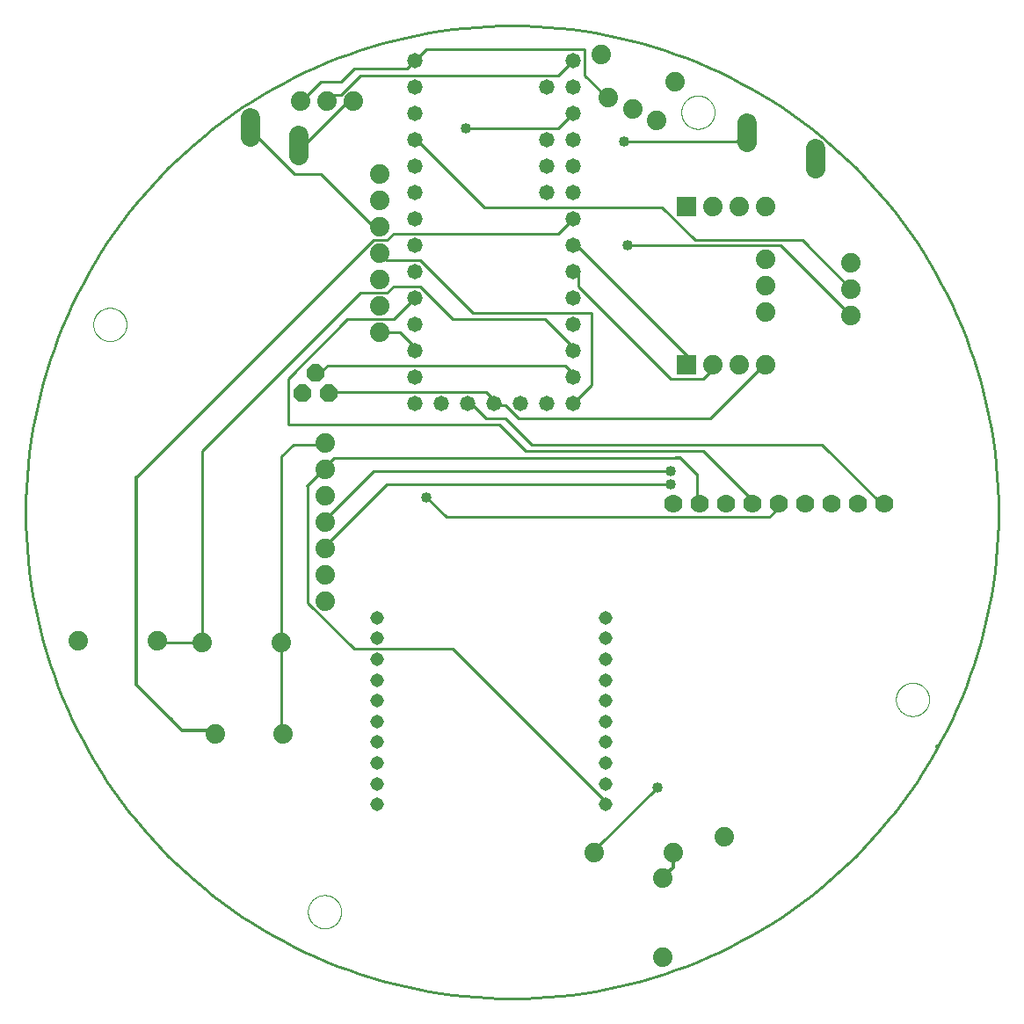
<source format=gtl>
G75*
%MOIN*%
%OFA0B0*%
%FSLAX25Y25*%
%IPPOS*%
%LPD*%
%AMOC8*
5,1,8,0,0,1.08239X$1,22.5*
%
%ADD10C,0.01000*%
%ADD11C,0.01600*%
%ADD12C,0.00000*%
%ADD13C,0.07000*%
%ADD14C,0.05800*%
%ADD15C,0.05150*%
%ADD16C,0.07400*%
%ADD17R,0.07400X0.07400*%
%ADD18C,0.07400*%
%ADD19OC8,0.06600*%
%ADD20C,0.04000*%
%ADD21C,0.01200*%
D10*
X0073530Y0101725D02*
X0073425Y0104025D01*
X0056625Y0107525D02*
X0056550Y0107775D01*
X0056263Y0107488D01*
X0050925Y0136525D02*
X0051325Y0137025D01*
X0050925Y0136525D02*
X0065925Y0136525D01*
X0068525Y0136425D01*
X0068425Y0136525D01*
X0068425Y0209025D01*
X0128425Y0269025D01*
X0138425Y0269025D01*
X0140925Y0271525D01*
X0150925Y0271525D01*
X0163425Y0259025D01*
X0198425Y0259025D01*
X0208425Y0249025D01*
X0209125Y0247225D01*
X0205925Y0241525D02*
X0115925Y0241525D01*
X0113425Y0239025D01*
X0111525Y0238625D01*
X0116525Y0231125D02*
X0118425Y0231525D01*
X0175925Y0231525D01*
X0178425Y0229025D01*
X0179125Y0227225D01*
X0180925Y0226525D01*
X0183425Y0226525D01*
X0188425Y0221525D01*
X0260925Y0221525D01*
X0280925Y0241525D01*
X0282025Y0241625D01*
X0263425Y0241525D02*
X0262025Y0241625D01*
X0263425Y0241525D02*
X0258425Y0236525D01*
X0245925Y0236525D01*
X0210925Y0271525D01*
X0210925Y0276525D01*
X0209125Y0277225D01*
X0210925Y0286525D02*
X0209125Y0287225D01*
X0210925Y0286525D02*
X0253425Y0244025D01*
X0252025Y0241625D01*
X0258425Y0209025D02*
X0278425Y0189025D01*
X0276925Y0188925D01*
X0283425Y0184025D02*
X0285925Y0186525D01*
X0286925Y0188925D01*
X0283425Y0184025D02*
X0160925Y0184025D01*
X0153425Y0191525D01*
X0138425Y0196525D02*
X0245925Y0196525D01*
X0245925Y0201525D02*
X0133425Y0201525D01*
X0115925Y0184025D01*
X0115025Y0182025D01*
X0115925Y0174025D02*
X0115025Y0172025D01*
X0115925Y0174025D02*
X0138425Y0196525D01*
X0118425Y0206525D02*
X0115925Y0204025D01*
X0115025Y0202025D01*
X0118425Y0206525D02*
X0248225Y0206525D01*
X0255925Y0200225D02*
X0255925Y0189025D01*
X0256925Y0188925D01*
X0258425Y0209025D02*
X0190925Y0209025D01*
X0180925Y0219025D01*
X0100925Y0219025D01*
X0100925Y0236525D01*
X0123425Y0259025D01*
X0140925Y0259025D01*
X0149125Y0267225D01*
X0143425Y0254025D02*
X0135825Y0254025D01*
X0143425Y0254025D02*
X0148425Y0249025D01*
X0149125Y0247225D01*
X0170925Y0261525D02*
X0150925Y0281525D01*
X0138425Y0281525D01*
X0135925Y0284025D01*
X0135825Y0284025D01*
X0133425Y0289025D02*
X0043425Y0199025D01*
X0098425Y0207025D02*
X0098425Y0136525D01*
X0098525Y0136425D01*
X0098425Y0134025D01*
X0098425Y0104025D01*
X0099121Y0101725D01*
X0125925Y0134025D02*
X0108425Y0151525D01*
X0108425Y0195725D01*
X0098425Y0207025D02*
X0102925Y0211525D01*
X0113425Y0211525D01*
X0115025Y0212025D01*
X0169125Y0227225D02*
X0170925Y0226525D01*
X0175925Y0221525D01*
X0183425Y0221525D01*
X0193425Y0211525D01*
X0303425Y0211525D01*
X0325925Y0189025D01*
X0326925Y0188925D01*
X0314525Y0260425D02*
X0287800Y0287150D01*
X0229675Y0287150D01*
X0242800Y0301525D02*
X0255300Y0289025D01*
X0295925Y0289025D01*
X0314525Y0270425D01*
X0270925Y0326525D02*
X0228425Y0326525D01*
X0222525Y0342925D02*
X0220925Y0344025D01*
X0213425Y0351525D01*
X0213425Y0361525D01*
X0153425Y0361525D01*
X0149125Y0357225D01*
X0145925Y0354025D01*
X0125925Y0354025D01*
X0120925Y0349025D01*
X0113425Y0349025D01*
X0108425Y0344025D01*
X0105925Y0344025D01*
X0105825Y0341725D01*
X0115825Y0341725D02*
X0115925Y0344025D01*
X0120925Y0344025D01*
X0128425Y0351525D01*
X0203425Y0351525D01*
X0209125Y0357225D01*
X0209125Y0337225D02*
X0203425Y0331525D01*
X0168425Y0331525D01*
X0149675Y0327150D02*
X0149125Y0327225D01*
X0149675Y0327150D02*
X0175300Y0301525D01*
X0242800Y0301525D01*
X0270925Y0326525D02*
X0273425Y0329025D01*
X0275025Y0329625D01*
X0209125Y0297225D02*
X0203425Y0291525D01*
X0140925Y0291525D01*
X0138425Y0289025D01*
X0133425Y0289025D01*
X0133425Y0294025D02*
X0135825Y0294025D01*
X0133425Y0294025D02*
X0113425Y0314025D01*
X0103425Y0314025D01*
X0085925Y0331525D01*
X0086725Y0331725D01*
X0105125Y0324925D02*
X0105925Y0326525D01*
X0108425Y0326525D01*
X0123425Y0341525D01*
X0125825Y0341725D01*
X0170925Y0261525D02*
X0215925Y0261525D01*
X0215925Y0234025D01*
X0209125Y0227225D01*
X0209125Y0237225D02*
X0208425Y0239025D01*
X0205925Y0241525D01*
X0001500Y0185925D02*
X0001556Y0190451D01*
X0001722Y0194974D01*
X0002000Y0199492D01*
X0002388Y0204002D01*
X0002887Y0208501D01*
X0003496Y0212986D01*
X0004215Y0217455D01*
X0005044Y0221905D01*
X0005981Y0226333D01*
X0007027Y0230737D01*
X0008181Y0235114D01*
X0009441Y0239461D01*
X0010808Y0243776D01*
X0012281Y0248056D01*
X0013858Y0252299D01*
X0015539Y0256501D01*
X0017322Y0260662D01*
X0019207Y0264777D01*
X0021192Y0268845D01*
X0023277Y0272862D01*
X0025459Y0276828D01*
X0027738Y0280738D01*
X0030113Y0284592D01*
X0032581Y0288386D01*
X0035142Y0292118D01*
X0037793Y0295787D01*
X0040534Y0299389D01*
X0043363Y0302923D01*
X0046277Y0306386D01*
X0049275Y0309777D01*
X0052356Y0313094D01*
X0055517Y0316333D01*
X0058756Y0319494D01*
X0062073Y0322575D01*
X0065464Y0325573D01*
X0068927Y0328487D01*
X0072461Y0331316D01*
X0076063Y0334057D01*
X0079732Y0336708D01*
X0083464Y0339269D01*
X0087258Y0341737D01*
X0091112Y0344112D01*
X0095022Y0346391D01*
X0098988Y0348573D01*
X0103005Y0350658D01*
X0107073Y0352643D01*
X0111188Y0354528D01*
X0115349Y0356311D01*
X0119551Y0357992D01*
X0123794Y0359569D01*
X0128074Y0361042D01*
X0132389Y0362409D01*
X0136736Y0363669D01*
X0141113Y0364823D01*
X0145517Y0365869D01*
X0149945Y0366806D01*
X0154395Y0367635D01*
X0158864Y0368354D01*
X0163349Y0368963D01*
X0167848Y0369462D01*
X0172358Y0369850D01*
X0176876Y0370128D01*
X0181399Y0370294D01*
X0185925Y0370350D01*
X0190451Y0370294D01*
X0194974Y0370128D01*
X0199492Y0369850D01*
X0204002Y0369462D01*
X0208501Y0368963D01*
X0212986Y0368354D01*
X0217455Y0367635D01*
X0221905Y0366806D01*
X0226333Y0365869D01*
X0230737Y0364823D01*
X0235114Y0363669D01*
X0239461Y0362409D01*
X0243776Y0361042D01*
X0248056Y0359569D01*
X0252299Y0357992D01*
X0256501Y0356311D01*
X0260662Y0354528D01*
X0264777Y0352643D01*
X0268845Y0350658D01*
X0272862Y0348573D01*
X0276828Y0346391D01*
X0280738Y0344112D01*
X0284592Y0341737D01*
X0288386Y0339269D01*
X0292118Y0336708D01*
X0295787Y0334057D01*
X0299389Y0331316D01*
X0302923Y0328487D01*
X0306386Y0325573D01*
X0309777Y0322575D01*
X0313094Y0319494D01*
X0316333Y0316333D01*
X0319494Y0313094D01*
X0322575Y0309777D01*
X0325573Y0306386D01*
X0328487Y0302923D01*
X0331316Y0299389D01*
X0334057Y0295787D01*
X0336708Y0292118D01*
X0339269Y0288386D01*
X0341737Y0284592D01*
X0344112Y0280738D01*
X0346391Y0276828D01*
X0348573Y0272862D01*
X0350658Y0268845D01*
X0352643Y0264777D01*
X0354528Y0260662D01*
X0356311Y0256501D01*
X0357992Y0252299D01*
X0359569Y0248056D01*
X0361042Y0243776D01*
X0362409Y0239461D01*
X0363669Y0235114D01*
X0364823Y0230737D01*
X0365869Y0226333D01*
X0366806Y0221905D01*
X0367635Y0217455D01*
X0368354Y0212986D01*
X0368963Y0208501D01*
X0369462Y0204002D01*
X0369850Y0199492D01*
X0370128Y0194974D01*
X0370294Y0190451D01*
X0370350Y0185925D01*
X0370294Y0181399D01*
X0370128Y0176876D01*
X0369850Y0172358D01*
X0369462Y0167848D01*
X0368963Y0163349D01*
X0368354Y0158864D01*
X0367635Y0154395D01*
X0366806Y0149945D01*
X0365869Y0145517D01*
X0364823Y0141113D01*
X0363669Y0136736D01*
X0362409Y0132389D01*
X0361042Y0128074D01*
X0359569Y0123794D01*
X0357992Y0119551D01*
X0356311Y0115349D01*
X0354528Y0111188D01*
X0352643Y0107073D01*
X0350658Y0103005D01*
X0348573Y0098988D01*
X0346391Y0095022D01*
X0344112Y0091112D01*
X0341737Y0087258D01*
X0339269Y0083464D01*
X0336708Y0079732D01*
X0334057Y0076063D01*
X0331316Y0072461D01*
X0328487Y0068927D01*
X0325573Y0065464D01*
X0322575Y0062073D01*
X0319494Y0058756D01*
X0316333Y0055517D01*
X0313094Y0052356D01*
X0309777Y0049275D01*
X0306386Y0046277D01*
X0302923Y0043363D01*
X0299389Y0040534D01*
X0295787Y0037793D01*
X0292118Y0035142D01*
X0288386Y0032581D01*
X0284592Y0030113D01*
X0280738Y0027738D01*
X0276828Y0025459D01*
X0272862Y0023277D01*
X0268845Y0021192D01*
X0264777Y0019207D01*
X0260662Y0017322D01*
X0256501Y0015539D01*
X0252299Y0013858D01*
X0248056Y0012281D01*
X0243776Y0010808D01*
X0239461Y0009441D01*
X0235114Y0008181D01*
X0230737Y0007027D01*
X0226333Y0005981D01*
X0221905Y0005044D01*
X0217455Y0004215D01*
X0212986Y0003496D01*
X0208501Y0002887D01*
X0204002Y0002388D01*
X0199492Y0002000D01*
X0194974Y0001722D01*
X0190451Y0001556D01*
X0185925Y0001500D01*
X0181399Y0001556D01*
X0176876Y0001722D01*
X0172358Y0002000D01*
X0167848Y0002388D01*
X0163349Y0002887D01*
X0158864Y0003496D01*
X0154395Y0004215D01*
X0149945Y0005044D01*
X0145517Y0005981D01*
X0141113Y0007027D01*
X0136736Y0008181D01*
X0132389Y0009441D01*
X0128074Y0010808D01*
X0123794Y0012281D01*
X0119551Y0013858D01*
X0115349Y0015539D01*
X0111188Y0017322D01*
X0107073Y0019207D01*
X0103005Y0021192D01*
X0098988Y0023277D01*
X0095022Y0025459D01*
X0091112Y0027738D01*
X0087258Y0030113D01*
X0083464Y0032581D01*
X0079732Y0035142D01*
X0076063Y0037793D01*
X0072461Y0040534D01*
X0068927Y0043363D01*
X0065464Y0046277D01*
X0062073Y0049275D01*
X0058756Y0052356D01*
X0055517Y0055517D01*
X0052356Y0058756D01*
X0049275Y0062073D01*
X0046277Y0065464D01*
X0043363Y0068927D01*
X0040534Y0072461D01*
X0037793Y0076063D01*
X0035142Y0079732D01*
X0032581Y0083464D01*
X0030113Y0087258D01*
X0027738Y0091112D01*
X0025459Y0095022D01*
X0023277Y0098988D01*
X0021192Y0103005D01*
X0019207Y0107073D01*
X0017322Y0111188D01*
X0015539Y0115349D01*
X0013858Y0119551D01*
X0012281Y0123794D01*
X0010808Y0128074D01*
X0009441Y0132389D01*
X0008181Y0136736D01*
X0007027Y0141113D01*
X0005981Y0145517D01*
X0005044Y0149945D01*
X0004215Y0154395D01*
X0003496Y0158864D01*
X0002887Y0163349D01*
X0002388Y0167848D01*
X0002000Y0172358D01*
X0001722Y0176876D01*
X0001556Y0181399D01*
X0001500Y0185925D01*
X0125925Y0134025D02*
X0163425Y0134025D01*
X0220925Y0076525D01*
X0221432Y0074992D01*
X0218425Y0059025D02*
X0216925Y0056725D01*
X0218425Y0059025D02*
X0240925Y0081525D01*
D11*
X0347199Y0096927D02*
X0347241Y0097018D01*
D12*
X0331526Y0114825D02*
X0331528Y0114983D01*
X0331534Y0115141D01*
X0331544Y0115299D01*
X0331558Y0115457D01*
X0331576Y0115614D01*
X0331597Y0115771D01*
X0331623Y0115927D01*
X0331653Y0116083D01*
X0331686Y0116238D01*
X0331724Y0116391D01*
X0331765Y0116544D01*
X0331810Y0116696D01*
X0331859Y0116847D01*
X0331912Y0116996D01*
X0331968Y0117144D01*
X0332028Y0117290D01*
X0332092Y0117435D01*
X0332160Y0117578D01*
X0332231Y0117720D01*
X0332305Y0117860D01*
X0332383Y0117997D01*
X0332465Y0118133D01*
X0332549Y0118267D01*
X0332638Y0118398D01*
X0332729Y0118527D01*
X0332824Y0118654D01*
X0332921Y0118779D01*
X0333022Y0118901D01*
X0333126Y0119020D01*
X0333233Y0119137D01*
X0333343Y0119251D01*
X0333456Y0119362D01*
X0333571Y0119471D01*
X0333689Y0119576D01*
X0333810Y0119678D01*
X0333933Y0119778D01*
X0334059Y0119874D01*
X0334187Y0119967D01*
X0334317Y0120057D01*
X0334450Y0120143D01*
X0334585Y0120227D01*
X0334721Y0120306D01*
X0334860Y0120383D01*
X0335001Y0120455D01*
X0335143Y0120525D01*
X0335287Y0120590D01*
X0335433Y0120652D01*
X0335580Y0120710D01*
X0335729Y0120765D01*
X0335879Y0120816D01*
X0336030Y0120863D01*
X0336182Y0120906D01*
X0336335Y0120945D01*
X0336490Y0120981D01*
X0336645Y0121012D01*
X0336801Y0121040D01*
X0336957Y0121064D01*
X0337114Y0121084D01*
X0337272Y0121100D01*
X0337429Y0121112D01*
X0337588Y0121120D01*
X0337746Y0121124D01*
X0337904Y0121124D01*
X0338062Y0121120D01*
X0338221Y0121112D01*
X0338378Y0121100D01*
X0338536Y0121084D01*
X0338693Y0121064D01*
X0338849Y0121040D01*
X0339005Y0121012D01*
X0339160Y0120981D01*
X0339315Y0120945D01*
X0339468Y0120906D01*
X0339620Y0120863D01*
X0339771Y0120816D01*
X0339921Y0120765D01*
X0340070Y0120710D01*
X0340217Y0120652D01*
X0340363Y0120590D01*
X0340507Y0120525D01*
X0340649Y0120455D01*
X0340790Y0120383D01*
X0340929Y0120306D01*
X0341065Y0120227D01*
X0341200Y0120143D01*
X0341333Y0120057D01*
X0341463Y0119967D01*
X0341591Y0119874D01*
X0341717Y0119778D01*
X0341840Y0119678D01*
X0341961Y0119576D01*
X0342079Y0119471D01*
X0342194Y0119362D01*
X0342307Y0119251D01*
X0342417Y0119137D01*
X0342524Y0119020D01*
X0342628Y0118901D01*
X0342729Y0118779D01*
X0342826Y0118654D01*
X0342921Y0118527D01*
X0343012Y0118398D01*
X0343101Y0118267D01*
X0343185Y0118133D01*
X0343267Y0117997D01*
X0343345Y0117860D01*
X0343419Y0117720D01*
X0343490Y0117578D01*
X0343558Y0117435D01*
X0343622Y0117290D01*
X0343682Y0117144D01*
X0343738Y0116996D01*
X0343791Y0116847D01*
X0343840Y0116696D01*
X0343885Y0116544D01*
X0343926Y0116391D01*
X0343964Y0116238D01*
X0343997Y0116083D01*
X0344027Y0115927D01*
X0344053Y0115771D01*
X0344074Y0115614D01*
X0344092Y0115457D01*
X0344106Y0115299D01*
X0344116Y0115141D01*
X0344122Y0114983D01*
X0344124Y0114825D01*
X0344122Y0114667D01*
X0344116Y0114509D01*
X0344106Y0114351D01*
X0344092Y0114193D01*
X0344074Y0114036D01*
X0344053Y0113879D01*
X0344027Y0113723D01*
X0343997Y0113567D01*
X0343964Y0113412D01*
X0343926Y0113259D01*
X0343885Y0113106D01*
X0343840Y0112954D01*
X0343791Y0112803D01*
X0343738Y0112654D01*
X0343682Y0112506D01*
X0343622Y0112360D01*
X0343558Y0112215D01*
X0343490Y0112072D01*
X0343419Y0111930D01*
X0343345Y0111790D01*
X0343267Y0111653D01*
X0343185Y0111517D01*
X0343101Y0111383D01*
X0343012Y0111252D01*
X0342921Y0111123D01*
X0342826Y0110996D01*
X0342729Y0110871D01*
X0342628Y0110749D01*
X0342524Y0110630D01*
X0342417Y0110513D01*
X0342307Y0110399D01*
X0342194Y0110288D01*
X0342079Y0110179D01*
X0341961Y0110074D01*
X0341840Y0109972D01*
X0341717Y0109872D01*
X0341591Y0109776D01*
X0341463Y0109683D01*
X0341333Y0109593D01*
X0341200Y0109507D01*
X0341065Y0109423D01*
X0340929Y0109344D01*
X0340790Y0109267D01*
X0340649Y0109195D01*
X0340507Y0109125D01*
X0340363Y0109060D01*
X0340217Y0108998D01*
X0340070Y0108940D01*
X0339921Y0108885D01*
X0339771Y0108834D01*
X0339620Y0108787D01*
X0339468Y0108744D01*
X0339315Y0108705D01*
X0339160Y0108669D01*
X0339005Y0108638D01*
X0338849Y0108610D01*
X0338693Y0108586D01*
X0338536Y0108566D01*
X0338378Y0108550D01*
X0338221Y0108538D01*
X0338062Y0108530D01*
X0337904Y0108526D01*
X0337746Y0108526D01*
X0337588Y0108530D01*
X0337429Y0108538D01*
X0337272Y0108550D01*
X0337114Y0108566D01*
X0336957Y0108586D01*
X0336801Y0108610D01*
X0336645Y0108638D01*
X0336490Y0108669D01*
X0336335Y0108705D01*
X0336182Y0108744D01*
X0336030Y0108787D01*
X0335879Y0108834D01*
X0335729Y0108885D01*
X0335580Y0108940D01*
X0335433Y0108998D01*
X0335287Y0109060D01*
X0335143Y0109125D01*
X0335001Y0109195D01*
X0334860Y0109267D01*
X0334721Y0109344D01*
X0334585Y0109423D01*
X0334450Y0109507D01*
X0334317Y0109593D01*
X0334187Y0109683D01*
X0334059Y0109776D01*
X0333933Y0109872D01*
X0333810Y0109972D01*
X0333689Y0110074D01*
X0333571Y0110179D01*
X0333456Y0110288D01*
X0333343Y0110399D01*
X0333233Y0110513D01*
X0333126Y0110630D01*
X0333022Y0110749D01*
X0332921Y0110871D01*
X0332824Y0110996D01*
X0332729Y0111123D01*
X0332638Y0111252D01*
X0332549Y0111383D01*
X0332465Y0111517D01*
X0332383Y0111653D01*
X0332305Y0111790D01*
X0332231Y0111930D01*
X0332160Y0112072D01*
X0332092Y0112215D01*
X0332028Y0112360D01*
X0331968Y0112506D01*
X0331912Y0112654D01*
X0331859Y0112803D01*
X0331810Y0112954D01*
X0331765Y0113106D01*
X0331724Y0113259D01*
X0331686Y0113412D01*
X0331653Y0113567D01*
X0331623Y0113723D01*
X0331597Y0113879D01*
X0331576Y0114036D01*
X0331558Y0114193D01*
X0331544Y0114351D01*
X0331534Y0114509D01*
X0331528Y0114667D01*
X0331526Y0114825D01*
X0108526Y0034325D02*
X0108528Y0034483D01*
X0108534Y0034641D01*
X0108544Y0034799D01*
X0108558Y0034957D01*
X0108576Y0035114D01*
X0108597Y0035271D01*
X0108623Y0035427D01*
X0108653Y0035583D01*
X0108686Y0035738D01*
X0108724Y0035891D01*
X0108765Y0036044D01*
X0108810Y0036196D01*
X0108859Y0036347D01*
X0108912Y0036496D01*
X0108968Y0036644D01*
X0109028Y0036790D01*
X0109092Y0036935D01*
X0109160Y0037078D01*
X0109231Y0037220D01*
X0109305Y0037360D01*
X0109383Y0037497D01*
X0109465Y0037633D01*
X0109549Y0037767D01*
X0109638Y0037898D01*
X0109729Y0038027D01*
X0109824Y0038154D01*
X0109921Y0038279D01*
X0110022Y0038401D01*
X0110126Y0038520D01*
X0110233Y0038637D01*
X0110343Y0038751D01*
X0110456Y0038862D01*
X0110571Y0038971D01*
X0110689Y0039076D01*
X0110810Y0039178D01*
X0110933Y0039278D01*
X0111059Y0039374D01*
X0111187Y0039467D01*
X0111317Y0039557D01*
X0111450Y0039643D01*
X0111585Y0039727D01*
X0111721Y0039806D01*
X0111860Y0039883D01*
X0112001Y0039955D01*
X0112143Y0040025D01*
X0112287Y0040090D01*
X0112433Y0040152D01*
X0112580Y0040210D01*
X0112729Y0040265D01*
X0112879Y0040316D01*
X0113030Y0040363D01*
X0113182Y0040406D01*
X0113335Y0040445D01*
X0113490Y0040481D01*
X0113645Y0040512D01*
X0113801Y0040540D01*
X0113957Y0040564D01*
X0114114Y0040584D01*
X0114272Y0040600D01*
X0114429Y0040612D01*
X0114588Y0040620D01*
X0114746Y0040624D01*
X0114904Y0040624D01*
X0115062Y0040620D01*
X0115221Y0040612D01*
X0115378Y0040600D01*
X0115536Y0040584D01*
X0115693Y0040564D01*
X0115849Y0040540D01*
X0116005Y0040512D01*
X0116160Y0040481D01*
X0116315Y0040445D01*
X0116468Y0040406D01*
X0116620Y0040363D01*
X0116771Y0040316D01*
X0116921Y0040265D01*
X0117070Y0040210D01*
X0117217Y0040152D01*
X0117363Y0040090D01*
X0117507Y0040025D01*
X0117649Y0039955D01*
X0117790Y0039883D01*
X0117929Y0039806D01*
X0118065Y0039727D01*
X0118200Y0039643D01*
X0118333Y0039557D01*
X0118463Y0039467D01*
X0118591Y0039374D01*
X0118717Y0039278D01*
X0118840Y0039178D01*
X0118961Y0039076D01*
X0119079Y0038971D01*
X0119194Y0038862D01*
X0119307Y0038751D01*
X0119417Y0038637D01*
X0119524Y0038520D01*
X0119628Y0038401D01*
X0119729Y0038279D01*
X0119826Y0038154D01*
X0119921Y0038027D01*
X0120012Y0037898D01*
X0120101Y0037767D01*
X0120185Y0037633D01*
X0120267Y0037497D01*
X0120345Y0037360D01*
X0120419Y0037220D01*
X0120490Y0037078D01*
X0120558Y0036935D01*
X0120622Y0036790D01*
X0120682Y0036644D01*
X0120738Y0036496D01*
X0120791Y0036347D01*
X0120840Y0036196D01*
X0120885Y0036044D01*
X0120926Y0035891D01*
X0120964Y0035738D01*
X0120997Y0035583D01*
X0121027Y0035427D01*
X0121053Y0035271D01*
X0121074Y0035114D01*
X0121092Y0034957D01*
X0121106Y0034799D01*
X0121116Y0034641D01*
X0121122Y0034483D01*
X0121124Y0034325D01*
X0121122Y0034167D01*
X0121116Y0034009D01*
X0121106Y0033851D01*
X0121092Y0033693D01*
X0121074Y0033536D01*
X0121053Y0033379D01*
X0121027Y0033223D01*
X0120997Y0033067D01*
X0120964Y0032912D01*
X0120926Y0032759D01*
X0120885Y0032606D01*
X0120840Y0032454D01*
X0120791Y0032303D01*
X0120738Y0032154D01*
X0120682Y0032006D01*
X0120622Y0031860D01*
X0120558Y0031715D01*
X0120490Y0031572D01*
X0120419Y0031430D01*
X0120345Y0031290D01*
X0120267Y0031153D01*
X0120185Y0031017D01*
X0120101Y0030883D01*
X0120012Y0030752D01*
X0119921Y0030623D01*
X0119826Y0030496D01*
X0119729Y0030371D01*
X0119628Y0030249D01*
X0119524Y0030130D01*
X0119417Y0030013D01*
X0119307Y0029899D01*
X0119194Y0029788D01*
X0119079Y0029679D01*
X0118961Y0029574D01*
X0118840Y0029472D01*
X0118717Y0029372D01*
X0118591Y0029276D01*
X0118463Y0029183D01*
X0118333Y0029093D01*
X0118200Y0029007D01*
X0118065Y0028923D01*
X0117929Y0028844D01*
X0117790Y0028767D01*
X0117649Y0028695D01*
X0117507Y0028625D01*
X0117363Y0028560D01*
X0117217Y0028498D01*
X0117070Y0028440D01*
X0116921Y0028385D01*
X0116771Y0028334D01*
X0116620Y0028287D01*
X0116468Y0028244D01*
X0116315Y0028205D01*
X0116160Y0028169D01*
X0116005Y0028138D01*
X0115849Y0028110D01*
X0115693Y0028086D01*
X0115536Y0028066D01*
X0115378Y0028050D01*
X0115221Y0028038D01*
X0115062Y0028030D01*
X0114904Y0028026D01*
X0114746Y0028026D01*
X0114588Y0028030D01*
X0114429Y0028038D01*
X0114272Y0028050D01*
X0114114Y0028066D01*
X0113957Y0028086D01*
X0113801Y0028110D01*
X0113645Y0028138D01*
X0113490Y0028169D01*
X0113335Y0028205D01*
X0113182Y0028244D01*
X0113030Y0028287D01*
X0112879Y0028334D01*
X0112729Y0028385D01*
X0112580Y0028440D01*
X0112433Y0028498D01*
X0112287Y0028560D01*
X0112143Y0028625D01*
X0112001Y0028695D01*
X0111860Y0028767D01*
X0111721Y0028844D01*
X0111585Y0028923D01*
X0111450Y0029007D01*
X0111317Y0029093D01*
X0111187Y0029183D01*
X0111059Y0029276D01*
X0110933Y0029372D01*
X0110810Y0029472D01*
X0110689Y0029574D01*
X0110571Y0029679D01*
X0110456Y0029788D01*
X0110343Y0029899D01*
X0110233Y0030013D01*
X0110126Y0030130D01*
X0110022Y0030249D01*
X0109921Y0030371D01*
X0109824Y0030496D01*
X0109729Y0030623D01*
X0109638Y0030752D01*
X0109549Y0030883D01*
X0109465Y0031017D01*
X0109383Y0031153D01*
X0109305Y0031290D01*
X0109231Y0031430D01*
X0109160Y0031572D01*
X0109092Y0031715D01*
X0109028Y0031860D01*
X0108968Y0032006D01*
X0108912Y0032154D01*
X0108859Y0032303D01*
X0108810Y0032454D01*
X0108765Y0032606D01*
X0108724Y0032759D01*
X0108686Y0032912D01*
X0108653Y0033067D01*
X0108623Y0033223D01*
X0108597Y0033379D01*
X0108576Y0033536D01*
X0108558Y0033693D01*
X0108544Y0033851D01*
X0108534Y0034009D01*
X0108528Y0034167D01*
X0108526Y0034325D01*
X0027126Y0257025D02*
X0027128Y0257183D01*
X0027134Y0257341D01*
X0027144Y0257499D01*
X0027158Y0257657D01*
X0027176Y0257814D01*
X0027197Y0257971D01*
X0027223Y0258127D01*
X0027253Y0258283D01*
X0027286Y0258438D01*
X0027324Y0258591D01*
X0027365Y0258744D01*
X0027410Y0258896D01*
X0027459Y0259047D01*
X0027512Y0259196D01*
X0027568Y0259344D01*
X0027628Y0259490D01*
X0027692Y0259635D01*
X0027760Y0259778D01*
X0027831Y0259920D01*
X0027905Y0260060D01*
X0027983Y0260197D01*
X0028065Y0260333D01*
X0028149Y0260467D01*
X0028238Y0260598D01*
X0028329Y0260727D01*
X0028424Y0260854D01*
X0028521Y0260979D01*
X0028622Y0261101D01*
X0028726Y0261220D01*
X0028833Y0261337D01*
X0028943Y0261451D01*
X0029056Y0261562D01*
X0029171Y0261671D01*
X0029289Y0261776D01*
X0029410Y0261878D01*
X0029533Y0261978D01*
X0029659Y0262074D01*
X0029787Y0262167D01*
X0029917Y0262257D01*
X0030050Y0262343D01*
X0030185Y0262427D01*
X0030321Y0262506D01*
X0030460Y0262583D01*
X0030601Y0262655D01*
X0030743Y0262725D01*
X0030887Y0262790D01*
X0031033Y0262852D01*
X0031180Y0262910D01*
X0031329Y0262965D01*
X0031479Y0263016D01*
X0031630Y0263063D01*
X0031782Y0263106D01*
X0031935Y0263145D01*
X0032090Y0263181D01*
X0032245Y0263212D01*
X0032401Y0263240D01*
X0032557Y0263264D01*
X0032714Y0263284D01*
X0032872Y0263300D01*
X0033029Y0263312D01*
X0033188Y0263320D01*
X0033346Y0263324D01*
X0033504Y0263324D01*
X0033662Y0263320D01*
X0033821Y0263312D01*
X0033978Y0263300D01*
X0034136Y0263284D01*
X0034293Y0263264D01*
X0034449Y0263240D01*
X0034605Y0263212D01*
X0034760Y0263181D01*
X0034915Y0263145D01*
X0035068Y0263106D01*
X0035220Y0263063D01*
X0035371Y0263016D01*
X0035521Y0262965D01*
X0035670Y0262910D01*
X0035817Y0262852D01*
X0035963Y0262790D01*
X0036107Y0262725D01*
X0036249Y0262655D01*
X0036390Y0262583D01*
X0036529Y0262506D01*
X0036665Y0262427D01*
X0036800Y0262343D01*
X0036933Y0262257D01*
X0037063Y0262167D01*
X0037191Y0262074D01*
X0037317Y0261978D01*
X0037440Y0261878D01*
X0037561Y0261776D01*
X0037679Y0261671D01*
X0037794Y0261562D01*
X0037907Y0261451D01*
X0038017Y0261337D01*
X0038124Y0261220D01*
X0038228Y0261101D01*
X0038329Y0260979D01*
X0038426Y0260854D01*
X0038521Y0260727D01*
X0038612Y0260598D01*
X0038701Y0260467D01*
X0038785Y0260333D01*
X0038867Y0260197D01*
X0038945Y0260060D01*
X0039019Y0259920D01*
X0039090Y0259778D01*
X0039158Y0259635D01*
X0039222Y0259490D01*
X0039282Y0259344D01*
X0039338Y0259196D01*
X0039391Y0259047D01*
X0039440Y0258896D01*
X0039485Y0258744D01*
X0039526Y0258591D01*
X0039564Y0258438D01*
X0039597Y0258283D01*
X0039627Y0258127D01*
X0039653Y0257971D01*
X0039674Y0257814D01*
X0039692Y0257657D01*
X0039706Y0257499D01*
X0039716Y0257341D01*
X0039722Y0257183D01*
X0039724Y0257025D01*
X0039722Y0256867D01*
X0039716Y0256709D01*
X0039706Y0256551D01*
X0039692Y0256393D01*
X0039674Y0256236D01*
X0039653Y0256079D01*
X0039627Y0255923D01*
X0039597Y0255767D01*
X0039564Y0255612D01*
X0039526Y0255459D01*
X0039485Y0255306D01*
X0039440Y0255154D01*
X0039391Y0255003D01*
X0039338Y0254854D01*
X0039282Y0254706D01*
X0039222Y0254560D01*
X0039158Y0254415D01*
X0039090Y0254272D01*
X0039019Y0254130D01*
X0038945Y0253990D01*
X0038867Y0253853D01*
X0038785Y0253717D01*
X0038701Y0253583D01*
X0038612Y0253452D01*
X0038521Y0253323D01*
X0038426Y0253196D01*
X0038329Y0253071D01*
X0038228Y0252949D01*
X0038124Y0252830D01*
X0038017Y0252713D01*
X0037907Y0252599D01*
X0037794Y0252488D01*
X0037679Y0252379D01*
X0037561Y0252274D01*
X0037440Y0252172D01*
X0037317Y0252072D01*
X0037191Y0251976D01*
X0037063Y0251883D01*
X0036933Y0251793D01*
X0036800Y0251707D01*
X0036665Y0251623D01*
X0036529Y0251544D01*
X0036390Y0251467D01*
X0036249Y0251395D01*
X0036107Y0251325D01*
X0035963Y0251260D01*
X0035817Y0251198D01*
X0035670Y0251140D01*
X0035521Y0251085D01*
X0035371Y0251034D01*
X0035220Y0250987D01*
X0035068Y0250944D01*
X0034915Y0250905D01*
X0034760Y0250869D01*
X0034605Y0250838D01*
X0034449Y0250810D01*
X0034293Y0250786D01*
X0034136Y0250766D01*
X0033978Y0250750D01*
X0033821Y0250738D01*
X0033662Y0250730D01*
X0033504Y0250726D01*
X0033346Y0250726D01*
X0033188Y0250730D01*
X0033029Y0250738D01*
X0032872Y0250750D01*
X0032714Y0250766D01*
X0032557Y0250786D01*
X0032401Y0250810D01*
X0032245Y0250838D01*
X0032090Y0250869D01*
X0031935Y0250905D01*
X0031782Y0250944D01*
X0031630Y0250987D01*
X0031479Y0251034D01*
X0031329Y0251085D01*
X0031180Y0251140D01*
X0031033Y0251198D01*
X0030887Y0251260D01*
X0030743Y0251325D01*
X0030601Y0251395D01*
X0030460Y0251467D01*
X0030321Y0251544D01*
X0030185Y0251623D01*
X0030050Y0251707D01*
X0029917Y0251793D01*
X0029787Y0251883D01*
X0029659Y0251976D01*
X0029533Y0252072D01*
X0029410Y0252172D01*
X0029289Y0252274D01*
X0029171Y0252379D01*
X0029056Y0252488D01*
X0028943Y0252599D01*
X0028833Y0252713D01*
X0028726Y0252830D01*
X0028622Y0252949D01*
X0028521Y0253071D01*
X0028424Y0253196D01*
X0028329Y0253323D01*
X0028238Y0253452D01*
X0028149Y0253583D01*
X0028065Y0253717D01*
X0027983Y0253853D01*
X0027905Y0253990D01*
X0027831Y0254130D01*
X0027760Y0254272D01*
X0027692Y0254415D01*
X0027628Y0254560D01*
X0027568Y0254706D01*
X0027512Y0254854D01*
X0027459Y0255003D01*
X0027410Y0255154D01*
X0027365Y0255306D01*
X0027324Y0255459D01*
X0027286Y0255612D01*
X0027253Y0255767D01*
X0027223Y0255923D01*
X0027197Y0256079D01*
X0027176Y0256236D01*
X0027158Y0256393D01*
X0027144Y0256551D01*
X0027134Y0256709D01*
X0027128Y0256867D01*
X0027126Y0257025D01*
X0250126Y0337525D02*
X0250128Y0337683D01*
X0250134Y0337841D01*
X0250144Y0337999D01*
X0250158Y0338157D01*
X0250176Y0338314D01*
X0250197Y0338471D01*
X0250223Y0338627D01*
X0250253Y0338783D01*
X0250286Y0338938D01*
X0250324Y0339091D01*
X0250365Y0339244D01*
X0250410Y0339396D01*
X0250459Y0339547D01*
X0250512Y0339696D01*
X0250568Y0339844D01*
X0250628Y0339990D01*
X0250692Y0340135D01*
X0250760Y0340278D01*
X0250831Y0340420D01*
X0250905Y0340560D01*
X0250983Y0340697D01*
X0251065Y0340833D01*
X0251149Y0340967D01*
X0251238Y0341098D01*
X0251329Y0341227D01*
X0251424Y0341354D01*
X0251521Y0341479D01*
X0251622Y0341601D01*
X0251726Y0341720D01*
X0251833Y0341837D01*
X0251943Y0341951D01*
X0252056Y0342062D01*
X0252171Y0342171D01*
X0252289Y0342276D01*
X0252410Y0342378D01*
X0252533Y0342478D01*
X0252659Y0342574D01*
X0252787Y0342667D01*
X0252917Y0342757D01*
X0253050Y0342843D01*
X0253185Y0342927D01*
X0253321Y0343006D01*
X0253460Y0343083D01*
X0253601Y0343155D01*
X0253743Y0343225D01*
X0253887Y0343290D01*
X0254033Y0343352D01*
X0254180Y0343410D01*
X0254329Y0343465D01*
X0254479Y0343516D01*
X0254630Y0343563D01*
X0254782Y0343606D01*
X0254935Y0343645D01*
X0255090Y0343681D01*
X0255245Y0343712D01*
X0255401Y0343740D01*
X0255557Y0343764D01*
X0255714Y0343784D01*
X0255872Y0343800D01*
X0256029Y0343812D01*
X0256188Y0343820D01*
X0256346Y0343824D01*
X0256504Y0343824D01*
X0256662Y0343820D01*
X0256821Y0343812D01*
X0256978Y0343800D01*
X0257136Y0343784D01*
X0257293Y0343764D01*
X0257449Y0343740D01*
X0257605Y0343712D01*
X0257760Y0343681D01*
X0257915Y0343645D01*
X0258068Y0343606D01*
X0258220Y0343563D01*
X0258371Y0343516D01*
X0258521Y0343465D01*
X0258670Y0343410D01*
X0258817Y0343352D01*
X0258963Y0343290D01*
X0259107Y0343225D01*
X0259249Y0343155D01*
X0259390Y0343083D01*
X0259529Y0343006D01*
X0259665Y0342927D01*
X0259800Y0342843D01*
X0259933Y0342757D01*
X0260063Y0342667D01*
X0260191Y0342574D01*
X0260317Y0342478D01*
X0260440Y0342378D01*
X0260561Y0342276D01*
X0260679Y0342171D01*
X0260794Y0342062D01*
X0260907Y0341951D01*
X0261017Y0341837D01*
X0261124Y0341720D01*
X0261228Y0341601D01*
X0261329Y0341479D01*
X0261426Y0341354D01*
X0261521Y0341227D01*
X0261612Y0341098D01*
X0261701Y0340967D01*
X0261785Y0340833D01*
X0261867Y0340697D01*
X0261945Y0340560D01*
X0262019Y0340420D01*
X0262090Y0340278D01*
X0262158Y0340135D01*
X0262222Y0339990D01*
X0262282Y0339844D01*
X0262338Y0339696D01*
X0262391Y0339547D01*
X0262440Y0339396D01*
X0262485Y0339244D01*
X0262526Y0339091D01*
X0262564Y0338938D01*
X0262597Y0338783D01*
X0262627Y0338627D01*
X0262653Y0338471D01*
X0262674Y0338314D01*
X0262692Y0338157D01*
X0262706Y0337999D01*
X0262716Y0337841D01*
X0262722Y0337683D01*
X0262724Y0337525D01*
X0262722Y0337367D01*
X0262716Y0337209D01*
X0262706Y0337051D01*
X0262692Y0336893D01*
X0262674Y0336736D01*
X0262653Y0336579D01*
X0262627Y0336423D01*
X0262597Y0336267D01*
X0262564Y0336112D01*
X0262526Y0335959D01*
X0262485Y0335806D01*
X0262440Y0335654D01*
X0262391Y0335503D01*
X0262338Y0335354D01*
X0262282Y0335206D01*
X0262222Y0335060D01*
X0262158Y0334915D01*
X0262090Y0334772D01*
X0262019Y0334630D01*
X0261945Y0334490D01*
X0261867Y0334353D01*
X0261785Y0334217D01*
X0261701Y0334083D01*
X0261612Y0333952D01*
X0261521Y0333823D01*
X0261426Y0333696D01*
X0261329Y0333571D01*
X0261228Y0333449D01*
X0261124Y0333330D01*
X0261017Y0333213D01*
X0260907Y0333099D01*
X0260794Y0332988D01*
X0260679Y0332879D01*
X0260561Y0332774D01*
X0260440Y0332672D01*
X0260317Y0332572D01*
X0260191Y0332476D01*
X0260063Y0332383D01*
X0259933Y0332293D01*
X0259800Y0332207D01*
X0259665Y0332123D01*
X0259529Y0332044D01*
X0259390Y0331967D01*
X0259249Y0331895D01*
X0259107Y0331825D01*
X0258963Y0331760D01*
X0258817Y0331698D01*
X0258670Y0331640D01*
X0258521Y0331585D01*
X0258371Y0331534D01*
X0258220Y0331487D01*
X0258068Y0331444D01*
X0257915Y0331405D01*
X0257760Y0331369D01*
X0257605Y0331338D01*
X0257449Y0331310D01*
X0257293Y0331286D01*
X0257136Y0331266D01*
X0256978Y0331250D01*
X0256821Y0331238D01*
X0256662Y0331230D01*
X0256504Y0331226D01*
X0256346Y0331226D01*
X0256188Y0331230D01*
X0256029Y0331238D01*
X0255872Y0331250D01*
X0255714Y0331266D01*
X0255557Y0331286D01*
X0255401Y0331310D01*
X0255245Y0331338D01*
X0255090Y0331369D01*
X0254935Y0331405D01*
X0254782Y0331444D01*
X0254630Y0331487D01*
X0254479Y0331534D01*
X0254329Y0331585D01*
X0254180Y0331640D01*
X0254033Y0331698D01*
X0253887Y0331760D01*
X0253743Y0331825D01*
X0253601Y0331895D01*
X0253460Y0331967D01*
X0253321Y0332044D01*
X0253185Y0332123D01*
X0253050Y0332207D01*
X0252917Y0332293D01*
X0252787Y0332383D01*
X0252659Y0332476D01*
X0252533Y0332572D01*
X0252410Y0332672D01*
X0252289Y0332774D01*
X0252171Y0332879D01*
X0252056Y0332988D01*
X0251943Y0333099D01*
X0251833Y0333213D01*
X0251726Y0333330D01*
X0251622Y0333449D01*
X0251521Y0333571D01*
X0251424Y0333696D01*
X0251329Y0333823D01*
X0251238Y0333952D01*
X0251149Y0334083D01*
X0251065Y0334217D01*
X0250983Y0334353D01*
X0250905Y0334490D01*
X0250831Y0334630D01*
X0250760Y0334772D01*
X0250692Y0334915D01*
X0250628Y0335060D01*
X0250568Y0335206D01*
X0250512Y0335354D01*
X0250459Y0335503D01*
X0250410Y0335654D01*
X0250365Y0335806D01*
X0250324Y0335959D01*
X0250286Y0336112D01*
X0250253Y0336267D01*
X0250223Y0336423D01*
X0250197Y0336579D01*
X0250176Y0336736D01*
X0250158Y0336893D01*
X0250144Y0337051D01*
X0250134Y0337209D01*
X0250128Y0337367D01*
X0250126Y0337525D01*
D13*
X0246925Y0188925D03*
X0256925Y0188925D03*
X0266925Y0188925D03*
X0276925Y0188925D03*
X0286925Y0188925D03*
X0296925Y0188925D03*
X0306925Y0188925D03*
X0316925Y0188925D03*
X0326925Y0188925D03*
D14*
X0209125Y0227225D03*
X0209125Y0237225D03*
X0209125Y0247225D03*
X0209125Y0257225D03*
X0209125Y0267225D03*
X0209125Y0277225D03*
X0209125Y0287225D03*
X0209125Y0297225D03*
X0209125Y0307225D03*
X0199125Y0307225D03*
X0199125Y0317225D03*
X0199125Y0327225D03*
X0209125Y0327225D03*
X0209125Y0317225D03*
X0209125Y0337225D03*
X0209125Y0347225D03*
X0199125Y0347225D03*
X0209125Y0357225D03*
X0149125Y0357225D03*
X0149125Y0347225D03*
X0149125Y0337225D03*
X0149125Y0327225D03*
X0149125Y0317225D03*
X0149125Y0307225D03*
X0149125Y0297225D03*
X0149125Y0287225D03*
X0149125Y0277225D03*
X0149125Y0267225D03*
X0149125Y0257225D03*
X0149125Y0247225D03*
X0149125Y0237225D03*
X0149125Y0227225D03*
X0159125Y0227225D03*
X0169125Y0227225D03*
X0179125Y0227225D03*
X0189125Y0227225D03*
X0199125Y0227225D03*
D15*
X0221432Y0145858D03*
X0221432Y0137984D03*
X0221432Y0130110D03*
X0221432Y0122236D03*
X0221432Y0114362D03*
X0221432Y0106488D03*
X0221432Y0098614D03*
X0221432Y0090740D03*
X0221432Y0082866D03*
X0221432Y0074992D03*
X0134818Y0074992D03*
X0134818Y0082866D03*
X0134818Y0090740D03*
X0134818Y0098614D03*
X0134818Y0106488D03*
X0134818Y0114362D03*
X0134818Y0122236D03*
X0134818Y0130110D03*
X0134818Y0137984D03*
X0134818Y0145858D03*
D16*
X0115025Y0152025D03*
X0115025Y0162025D03*
X0115025Y0172025D03*
X0115025Y0182025D03*
X0115025Y0192025D03*
X0115025Y0202025D03*
X0115025Y0212025D03*
X0135825Y0254025D03*
X0135825Y0264025D03*
X0135825Y0274025D03*
X0135825Y0284025D03*
X0135825Y0294025D03*
X0135825Y0304025D03*
X0135825Y0314025D03*
X0125825Y0341725D03*
X0115825Y0341725D03*
X0105825Y0341725D03*
X0219630Y0359356D03*
X0222525Y0342925D03*
X0231588Y0338699D03*
X0240652Y0334473D03*
X0247821Y0349095D03*
X0262025Y0301625D03*
X0272025Y0301625D03*
X0282025Y0301625D03*
X0282025Y0281625D03*
X0282025Y0271625D03*
X0282025Y0261625D03*
X0282025Y0241625D03*
X0272025Y0241625D03*
X0262025Y0241625D03*
X0314525Y0260425D03*
X0314525Y0270425D03*
X0314525Y0280425D03*
X0098525Y0136425D03*
X0068525Y0136425D03*
X0051325Y0137025D03*
X0021325Y0137025D03*
X0073530Y0101725D03*
X0099121Y0101725D03*
X0216925Y0056725D03*
X0243225Y0047225D03*
X0246925Y0056725D03*
X0266525Y0062625D03*
X0243225Y0017225D03*
D17*
X0252025Y0241625D03*
X0252025Y0301625D03*
D18*
X0275025Y0325925D02*
X0275025Y0333325D01*
X0301125Y0323625D02*
X0301125Y0316225D01*
X0105125Y0321225D02*
X0105125Y0328625D01*
X0086725Y0328025D02*
X0086725Y0335425D01*
D19*
X0111525Y0238625D03*
X0106525Y0231125D03*
X0116525Y0231125D03*
D20*
X0153425Y0191525D03*
X0245925Y0196525D03*
X0245925Y0201525D03*
X0229675Y0287150D03*
X0228425Y0326525D03*
X0168425Y0331525D03*
X0240925Y0081525D03*
D21*
X0060725Y0103025D02*
X0056263Y0107488D01*
X0043425Y0120325D01*
X0043425Y0199025D01*
X0108425Y0195725D02*
X0114725Y0202025D01*
X0115025Y0202025D01*
X0056625Y0107525D02*
X0056625Y0107125D01*
X0060725Y0103025D02*
X0072230Y0103025D01*
X0073530Y0101725D01*
X0243225Y0047425D02*
X0246925Y0051125D01*
X0246925Y0056725D01*
X0243225Y0047425D02*
X0243225Y0047225D01*
X0255925Y0200225D02*
X0249625Y0206525D01*
X0248225Y0206525D01*
M02*

</source>
